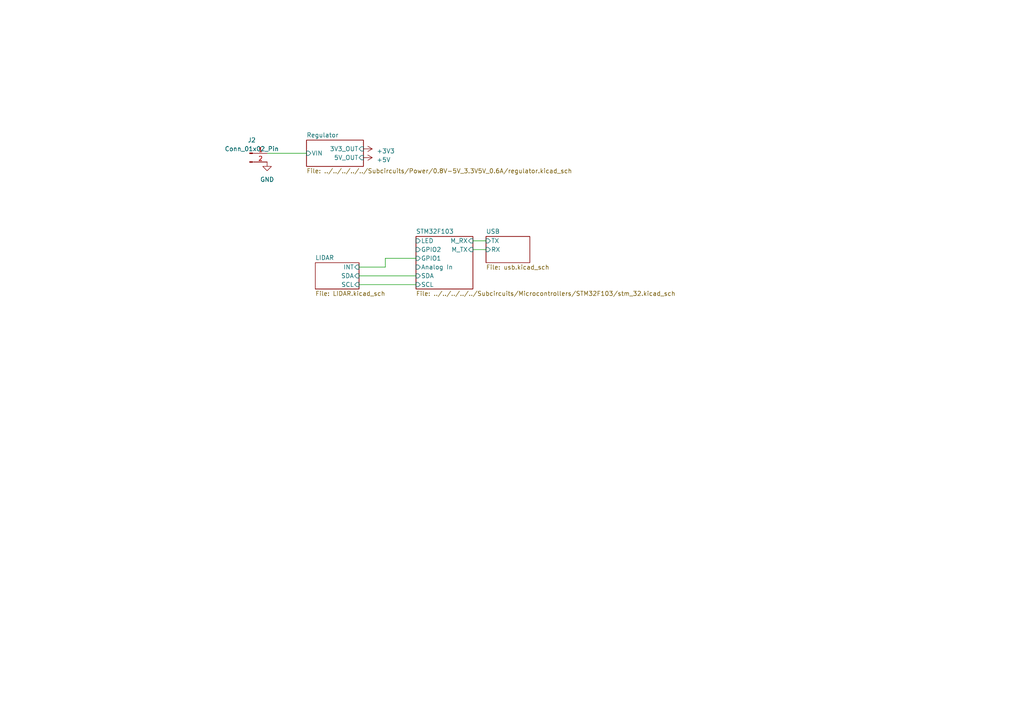
<source format=kicad_sch>
(kicad_sch (version 20230121) (generator eeschema)
  (paper "A4")
  (lib_symbols
    (symbol "Connector:Conn_01x02_Pin" (pin_names (offset 1.016) hide)
      (property "Reference" "J" (at 0 2.54 0))
      (property "Value" "Conn_01x02_Pin" (at 0 -5.08 0))
      (symbol "Conn_01x02_Pin_1_1"
        (polyline (pts (xy 1.27 -2.54) (xy 0.8636 -2.54)) (stroke (width 0.1524)))
        (polyline (pts (xy 1.27 0) (xy 0.8636 0)) (stroke (width 0.1524)))
        (rectangle (start 0.8636 -2.413) (end 0 -2.667) (stroke (width 0.1524)) (fill (type outline)))
        (rectangle (start 0.8636 0.127) (end 0 -0.127) (stroke (width 0.1524)) (fill (type outline)))
        (pin passive line (at 5.08 0 180) (length 3.81) (name "Pin_1") (number "1"))
        (pin passive line (at 5.08 -2.54 180) (length 3.81) (name "Pin_2") (number "2"))
      )
    )
    (symbol "power:+3V3" (power) (pin_names (offset 0))
      (property "Value" "+3V3" (at 0 3.556 0))
      (symbol "+3V3_0_1"
        (polyline (pts (xy -0.762 1.27) (xy 0 2.54)))
        (polyline (pts (xy 0 0) (xy 0 2.54)))
        (polyline (pts (xy 0 2.54) (xy 0.762 1.27)))
      )
      (symbol "+3V3_1_1"
        (pin power_in line (at 0 0 90) (length 0) hide (name "+3V3") (number "1"))
      )
    )
    (symbol "power:+5V" (power) (pin_names (offset 0))
      (property "Value" "+5V" (at 0 3.556 0))
      (symbol "+5V_0_1"
        (polyline (pts (xy -0.762 1.27) (xy 0 2.54)))
        (polyline (pts (xy 0 0) (xy 0 2.54)))
        (polyline (pts (xy 0 2.54) (xy 0.762 1.27)))
      )
      (symbol "+5V_1_1"
        (pin power_in line (at 0 0 90) (length 0) hide (name "+5V") (number "1"))
      )
    )
    (symbol "power:GND" (power) (pin_names (offset 0))
      (property "Value" "GND" (at 0 -3.81 0))
      (symbol "GND_0_1"
        (polyline (pts (xy 0 0) (xy 0 -1.27) (xy 1.27 -1.27) (xy 0 -2.54) (xy -1.27 -1.27) (xy 0 -1.27)))
      )
      (symbol "GND_1_1"
        (pin power_in line (at 0 0 270) (length 0) hide (name "GND") (number "1"))
      )
    )
  )
  (wire (pts (xy 104.14 80.01) (xy 120.65 80.01)))
  (wire (pts (xy 137.16 72.39) (xy 140.97 72.39)))
  (wire (pts (xy 77.47 44.45) (xy 88.9 44.45)))
  (wire (pts (xy 104.14 82.55) (xy 120.65 82.55)))
  (wire (pts (xy 137.16 69.85) (xy 140.97 69.85)))
  (wire (pts (xy 104.14 77.47) (xy 111.76 77.47)))
  (wire (pts (xy 111.76 77.47) (xy 111.76 74.93)))
  (wire (pts (xy 111.76 74.93) (xy 120.65 74.93)))
  (symbol (lib_id "power:GND") (at 77.47 46.99 0) (unit 1)
    (property "Reference" "#PWR027" (effects hide))
    (property "Value" "GND" (at 77.47 52.07 0))
  )
  (symbol (lib_id "power:+3V3") (at 105.41 43.18 270) (unit 1)
    (property "Reference" "#PWR028" (effects hide))
    (property "Value" "+3V3" (at 109.22 43.815 90) (effects (justify left)))
  )
  (symbol (lib_id "power:+5V") (at 105.41 45.72 270) (unit 1)
    (property "Reference" "#PWR029" (effects hide))
    (property "Value" "+5V" (at 109.22 46.355 90) (effects (justify left)))
  )
  (symbol (lib_id "Connector:Conn_01x02_Pin") (at 72.39 44.45 0) (unit 1)
    (property "Reference" "J2" (at 73.025 40.64 0))
    (property "Value" "Conn_01x02_Pin" (at 73.025 43.18 0))
    (property "Footprint" "Connector_PinHeader_2.54mm:PinHeader_1x02_P2.54mm_Vertical" (effects hide))
  )
  (sheet (at 120.65 68.58) (size 16.51 15.24) (stroke (width 0.1524))
    (property "Sheetname" "STM32F103" (at 120.65 67.8684 0) (effects (justify left bottom)))
    (property "Sheetfile" "../../../../../Subcircuits/Microcontrollers/STM32F103/stm_32.kicad_sch" (at 120.65 84.4046 0) (effects (justify left top)))
    (pin "LED" input (at 120.65 69.85 180))
    (pin "GPIO2" input (at 120.65 72.39 180))
    (pin "GPIO1" input (at 120.65 74.93 180))
    (pin "Analog In" input (at 120.65 77.47 180))
    (pin "SDA" input (at 120.65 80.01 180))
    (pin "SCL" input (at 120.65 82.55 180))
    (pin "M_TX" input (at 137.16 72.39 0))
    (pin "M_RX" input (at 137.16 69.85 0))
  )
  (sheet (at 88.9 40.64) (size 16.51 7.62) (stroke (width 0.1524))
    (property "Sheetname" "Regulator" (at 88.9 39.9284 0) (effects (justify left bottom)))
    (property "Sheetfile" "../../../../../Subcircuits/Power/0.8V-5V_3.3V5V_0.6A/regulator.kicad_sch" (at 88.9 48.8446 0) (effects (justify left top)))
    (pin "3V3_OUT" input (at 105.41 43.18 0))
    (pin "5V_OUT" input (at 105.41 45.72 0))
    (pin "VIN" input (at 88.9 44.45 180))
  )
  (sheet (at 140.97 68.58) (size 12.7 7.62) (stroke (width 0.1524))
    (property "Sheetname" "USB" (at 140.97 67.8684 0) (effects (justify left bottom)))
    (property "Sheetfile" "usb.kicad_sch" (at 140.97 76.7846 0) (effects (justify left top)))
    (pin "TX" input (at 140.97 69.85 180))
    (pin "RX" input (at 140.97 72.39 180))
  )
  (sheet (at 91.44 76.2) (size 12.7 7.62) (stroke (width 0.1524))
    (property "Sheetname" "LIDAR" (at 91.44 75.4884 0) (effects (justify left bottom)))
    (property "Sheetfile" "LIDAR.kicad_sch" (at 91.44 84.4046 0) (effects (justify left top)))
    (pin "SCL" input (at 104.14 82.55 0))
    (pin "SDA" input (at 104.14 80.01 0))
    (pin "INT" input (at 104.14 77.47 0))
  )
)
</source>
